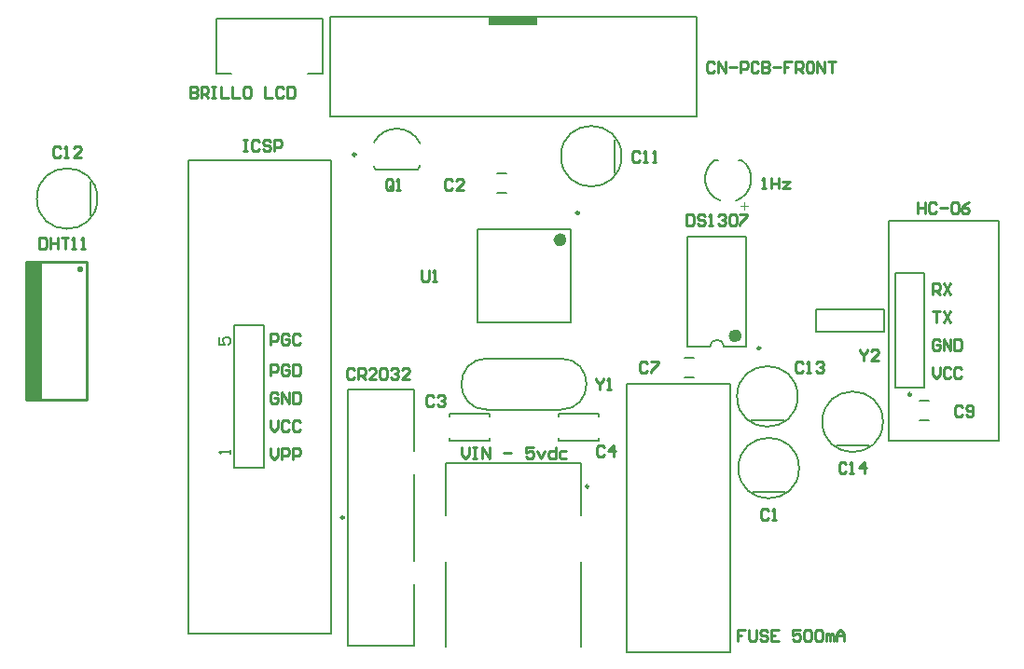
<source format=gto>
G04*
G04 #@! TF.GenerationSoftware,Altium Limited,Altium Designer,21.3.2 (30)*
G04*
G04 Layer_Color=65535*
%FSLAX25Y25*%
%MOIN*%
G70*
G04*
G04 #@! TF.SameCoordinates,394D426F-0CA9-4E3C-942C-AD562F4B4749*
G04*
G04*
G04 #@! TF.FilePolarity,Positive*
G04*
G01*
G75*
%ADD10C,0.00787*%
%ADD11C,0.00984*%
%ADD12C,0.02362*%
%ADD13C,0.00591*%
%ADD14C,0.00500*%
%ADD15C,0.01000*%
%ADD16C,0.00600*%
%ADD17C,0.00394*%
%ADD18R,0.17717X0.03150*%
%ADD19R,0.06000X0.49000*%
D10*
X252500Y112315D02*
G03*
X247500Y112315I-2500J0D01*
G01*
X143930Y185017D02*
G03*
X127371Y185433I-8383J-3914D01*
G01*
X143161Y175846D02*
G03*
X143931Y177189I-7614J5256D01*
G01*
X127371Y176773D02*
G03*
X127933Y175846I8177J4329D01*
G01*
X194189Y89846D02*
G03*
X194189Y108153I0J9154D01*
G01*
X167811D02*
G03*
X167811Y89846I0J-9154D01*
G01*
X171332Y167555D02*
X174668D01*
X171332Y174445D02*
X174668D01*
X260433Y112315D02*
Y151685D01*
X239567Y112315D02*
Y151685D01*
X252500Y112315D02*
X260433D01*
X239567D02*
X247500D01*
X239567Y151685D02*
X260433D01*
X285244Y117760D02*
X309653D01*
X285244D02*
Y125634D01*
X309653D01*
Y117760D02*
Y125634D01*
X262094Y86098D02*
X273905D01*
X77382Y120079D02*
X87972D01*
X77382Y68898D02*
Y120079D01*
Y68898D02*
X87972D01*
Y120079D01*
X313740Y97618D02*
Y138602D01*
X324055D01*
Y97618D02*
Y138602D01*
X313740Y97618D02*
X324055D01*
X109095Y210138D02*
Y229823D01*
X70906Y210138D02*
X76260D01*
X103740D02*
X109095D01*
X70906D02*
Y229823D01*
X109095D01*
X127933Y175847D02*
X143161D01*
X242638Y194882D02*
Y230315D01*
X111693D02*
X242638D01*
X111693Y194882D02*
X242638D01*
X111693D02*
Y230315D01*
X217717Y3150D02*
Y99213D01*
Y3150D02*
X254724D01*
Y99213D01*
X217717D02*
X254724D01*
X167811Y108153D02*
X194189D01*
X167811Y89846D02*
X194189D01*
X153051Y52185D02*
Y70768D01*
Y5118D02*
Y35453D01*
X201279Y52185D02*
Y70768D01*
Y5118D02*
Y35453D01*
X153051Y70768D02*
X201279D01*
X26181Y159449D02*
Y171260D01*
X213528Y174594D02*
Y186406D01*
X292595Y77035D02*
X304405D01*
X164370Y121063D02*
Y154528D01*
X197835Y121063D02*
Y154528D01*
X164370Y121063D02*
X197835D01*
X164370Y154528D02*
X197835D01*
X193413Y87339D02*
Y88421D01*
Y78579D02*
Y79661D01*
Y78579D02*
X207587D01*
Y87339D02*
Y88421D01*
Y78579D02*
Y79661D01*
X193413Y88421D02*
X207587D01*
X168587Y78579D02*
Y79661D01*
Y87339D02*
Y88421D01*
X154413D02*
X168587D01*
X154413Y78579D02*
Y79661D01*
Y87339D02*
Y88421D01*
Y78579D02*
X168587D01*
X322332Y86055D02*
X325668D01*
X322332Y92945D02*
X325668D01*
X262595Y60472D02*
X274406D01*
X118012Y5413D02*
X141831D01*
Y75098D02*
Y96949D01*
Y35728D02*
Y66634D01*
Y5413D02*
Y27264D01*
X118012Y96949D02*
X141831D01*
X118012Y5413D02*
Y96949D01*
X238332Y101555D02*
X241668D01*
X238332Y108445D02*
X241668D01*
D11*
X265492Y111882D02*
G03*
X265492Y111882I-492J0D01*
G01*
X319390Y95256D02*
G03*
X319390Y95256I-492J0D01*
G01*
X120882Y181102D02*
G03*
X120882Y181102I-492J0D01*
G01*
X204134Y62362D02*
G03*
X204134Y62362I-492J0D01*
G01*
X200689Y160236D02*
G03*
X200689Y160236I-492J0D01*
G01*
X116634Y51181D02*
G03*
X116634Y51181I-492J0D01*
G01*
D12*
X257677Y116252D02*
G03*
X257677Y116252I-1181J0D01*
G01*
X195079Y150591D02*
G03*
X195079Y150591I-1181J0D01*
G01*
D13*
X278827Y94563D02*
G03*
X278827Y94563I-10827J0D01*
G01*
X249278Y179168D02*
G03*
X251168Y164614I4722J-6786D01*
G01*
X256832D02*
G03*
X258722Y179168I-2832J7768D01*
G01*
X28543Y165354D02*
G03*
X28543Y165354I-10827J0D01*
G01*
X215890Y180500D02*
G03*
X215890Y180500I-10827J0D01*
G01*
X309327Y85500D02*
G03*
X309327Y85500I-10827J0D01*
G01*
X279327Y68937D02*
G03*
X279327Y68937I-10827J0D01*
G01*
X249278Y179168D02*
X250260D01*
X257740D02*
X258722D01*
D14*
X311417Y78740D02*
X350787D01*
X311417Y157480D02*
X350787D01*
Y78740D02*
Y157480D01*
X311417Y78740D02*
Y157480D01*
X61024Y9843D02*
X112205D01*
X61024Y179134D02*
X112205D01*
Y9843D02*
Y179134D01*
X61024Y9843D02*
Y179134D01*
D15*
X2953Y93504D02*
Y142717D01*
X24606Y93504D02*
Y142717D01*
X2953D02*
X24606D01*
X2953Y93504D02*
X24606D01*
X90500Y113000D02*
Y116936D01*
X92468D01*
X93124Y116280D01*
Y114968D01*
X92468Y114312D01*
X90500D01*
X97060Y116280D02*
X96404Y116936D01*
X95092D01*
X94436Y116280D01*
Y113656D01*
X95092Y113000D01*
X96404D01*
X97060Y113656D01*
Y114968D01*
X95748D01*
X100995Y116280D02*
X100339Y116936D01*
X99027D01*
X98371Y116280D01*
Y113656D01*
X99027Y113000D01*
X100339D01*
X100995Y113656D01*
X90500Y102000D02*
Y105936D01*
X92468D01*
X93124Y105280D01*
Y103968D01*
X92468Y103312D01*
X90500D01*
X97060Y105280D02*
X96404Y105936D01*
X95092D01*
X94436Y105280D01*
Y102656D01*
X95092Y102000D01*
X96404D01*
X97060Y102656D01*
Y103968D01*
X95748D01*
X98371Y105936D02*
Y102000D01*
X100339D01*
X100995Y102656D01*
Y105280D01*
X100339Y105936D01*
X98371D01*
X90500Y85936D02*
Y83312D01*
X91812Y82000D01*
X93124Y83312D01*
Y85936D01*
X97060Y85280D02*
X96404Y85936D01*
X95092D01*
X94436Y85280D01*
Y82656D01*
X95092Y82000D01*
X96404D01*
X97060Y82656D01*
X100995Y85280D02*
X100339Y85936D01*
X99027D01*
X98371Y85280D01*
Y82656D01*
X99027Y82000D01*
X100339D01*
X100995Y82656D01*
X93124Y95280D02*
X92468Y95936D01*
X91156D01*
X90500Y95280D01*
Y92656D01*
X91156Y92000D01*
X92468D01*
X93124Y92656D01*
Y93968D01*
X91812D01*
X94436Y92000D02*
Y95936D01*
X97060Y92000D01*
Y95936D01*
X98371D02*
Y92000D01*
X100339D01*
X100995Y92656D01*
Y95280D01*
X100339Y95936D01*
X98371D01*
X90500Y75936D02*
Y73312D01*
X91812Y72000D01*
X93124Y73312D01*
Y75936D01*
X94436Y72000D02*
Y75936D01*
X96404D01*
X97060Y75280D01*
Y73968D01*
X96404Y73312D01*
X94436D01*
X98371Y72000D02*
Y75936D01*
X100339D01*
X100995Y75280D01*
Y73968D01*
X100339Y73312D01*
X98371D01*
X327000Y131000D02*
Y134936D01*
X328968D01*
X329624Y134280D01*
Y132968D01*
X328968Y132312D01*
X327000D01*
X328312D02*
X329624Y131000D01*
X330936Y134936D02*
X333560Y131000D01*
Y134936D02*
X330936Y131000D01*
X327000Y124936D02*
X329624D01*
X328312D01*
Y121000D01*
X330936Y124936D02*
X333560Y121000D01*
Y124936D02*
X330936Y121000D01*
X329624Y114280D02*
X328968Y114936D01*
X327656D01*
X327000Y114280D01*
Y111656D01*
X327656Y111000D01*
X328968D01*
X329624Y111656D01*
Y112968D01*
X328312D01*
X330936Y111000D02*
Y114936D01*
X333560Y111000D01*
Y114936D01*
X334872D02*
Y111000D01*
X336839D01*
X337495Y111656D01*
Y114280D01*
X336839Y114936D01*
X334872D01*
X327000Y104936D02*
Y102312D01*
X328312Y101000D01*
X329624Y102312D01*
Y104936D01*
X333560Y104280D02*
X332904Y104936D01*
X331592D01*
X330936Y104280D01*
Y101656D01*
X331592Y101000D01*
X332904D01*
X333560Y101656D01*
X337495Y104280D02*
X336839Y104936D01*
X335527D01*
X334872Y104280D01*
Y101656D01*
X335527Y101000D01*
X336839D01*
X337495Y101656D01*
X21779Y139610D02*
Y140610D01*
X22779D01*
Y139610D01*
X21779D01*
X296224Y70280D02*
X295568Y70936D01*
X294256D01*
X293600Y70280D01*
Y67656D01*
X294256Y67000D01*
X295568D01*
X296224Y67656D01*
X297536Y67000D02*
X298848D01*
X298192D01*
Y70936D01*
X297536Y70280D01*
X302783Y67000D02*
Y70936D01*
X300816Y68968D01*
X303439D01*
X280704Y106312D02*
X280048Y106968D01*
X278736D01*
X278080Y106312D01*
Y103688D01*
X278736Y103032D01*
X280048D01*
X280704Y103688D01*
X282016Y103032D02*
X283328D01*
X282672D01*
Y106968D01*
X282016Y106312D01*
X285296D02*
X285952Y106968D01*
X287264D01*
X287920Y106312D01*
Y105656D01*
X287264Y105000D01*
X286608D01*
X287264D01*
X287920Y104344D01*
Y103688D01*
X287264Y103032D01*
X285952D01*
X285296Y103688D01*
X15424Y183280D02*
X14768Y183936D01*
X13456D01*
X12800Y183280D01*
Y180656D01*
X13456Y180000D01*
X14768D01*
X15424Y180656D01*
X16736Y180000D02*
X18048D01*
X17392D01*
Y183936D01*
X16736Y183280D01*
X22639Y180000D02*
X20016D01*
X22639Y182624D01*
Y183280D01*
X21983Y183936D01*
X20672D01*
X20016Y183280D01*
X222324Y181780D02*
X221668Y182436D01*
X220356D01*
X219700Y181780D01*
Y179156D01*
X220356Y178500D01*
X221668D01*
X222324Y179156D01*
X223636Y178500D02*
X224948D01*
X224292D01*
Y182436D01*
X223636Y181780D01*
X226916Y178500D02*
X228227D01*
X227572D01*
Y182436D01*
X226916Y181780D01*
X301220Y111468D02*
Y110812D01*
X302532Y109500D01*
X303844Y110812D01*
Y111468D01*
X302532Y109500D02*
Y107532D01*
X307780D02*
X305156D01*
X307780Y110156D01*
Y110812D01*
X307124Y111468D01*
X305812D01*
X305156Y110812D01*
X206800Y100936D02*
Y100280D01*
X208112Y98968D01*
X209424Y100280D01*
Y100936D01*
X208112Y98968D02*
Y97000D01*
X210736D02*
X212048D01*
X211392D01*
Y100936D01*
X210736Y100280D01*
X158805Y76468D02*
Y73844D01*
X160117Y72532D01*
X161429Y73844D01*
Y76468D01*
X162741D02*
X164053D01*
X163397D01*
Y72532D01*
X162741D01*
X164053D01*
X166021D02*
Y76468D01*
X168645Y72532D01*
Y76468D01*
X173892Y74500D02*
X176516D01*
X184388Y76468D02*
X181764D01*
Y74500D01*
X183076Y75156D01*
X183732D01*
X184388Y74500D01*
Y73188D01*
X183732Y72532D01*
X182420D01*
X181764Y73188D01*
X185699Y75156D02*
X187011Y72532D01*
X188323Y75156D01*
X192259Y76468D02*
Y72532D01*
X190291D01*
X189635Y73188D01*
Y74500D01*
X190291Y75156D01*
X192259D01*
X196195D02*
X194227D01*
X193571Y74500D01*
Y73188D01*
X194227Y72532D01*
X196195D01*
X144400Y139736D02*
Y136456D01*
X145056Y135800D01*
X146368D01*
X147024Y136456D01*
Y139736D01*
X148336Y135800D02*
X149648D01*
X148992D01*
Y139736D01*
X148336Y139080D01*
X134224Y169056D02*
Y171680D01*
X133568Y172336D01*
X132256D01*
X131600Y171680D01*
Y169056D01*
X132256Y168400D01*
X133568D01*
X132912Y169712D02*
X134224Y168400D01*
X133568D02*
X134224Y169056D01*
X135536Y168400D02*
X136848D01*
X136192D01*
Y172336D01*
X135536Y171680D01*
X80612Y186468D02*
X81924D01*
X81268D01*
Y182532D01*
X80612D01*
X81924D01*
X86516Y185812D02*
X85860Y186468D01*
X84548D01*
X83892Y185812D01*
Y183188D01*
X84548Y182532D01*
X85860D01*
X86516Y183188D01*
X90452Y185812D02*
X89796Y186468D01*
X88484D01*
X87828Y185812D01*
Y185156D01*
X88484Y184500D01*
X89796D01*
X90452Y183844D01*
Y183188D01*
X89796Y182532D01*
X88484D01*
X87828Y183188D01*
X91764Y182532D02*
Y186468D01*
X93732D01*
X94388Y185812D01*
Y184500D01*
X93732Y183844D01*
X91764D01*
X321817Y163968D02*
Y160032D01*
Y162000D01*
X324440D01*
Y163968D01*
Y160032D01*
X328376Y163312D02*
X327720Y163968D01*
X326408D01*
X325752Y163312D01*
Y160688D01*
X326408Y160032D01*
X327720D01*
X328376Y160688D01*
X329688Y162000D02*
X332312D01*
X333624Y163312D02*
X334280Y163968D01*
X335592D01*
X336248Y163312D01*
Y160688D01*
X335592Y160032D01*
X334280D01*
X333624Y160688D01*
Y163312D01*
X340183Y163968D02*
X338872Y163312D01*
X337560Y162000D01*
Y160688D01*
X338215Y160032D01*
X339527D01*
X340183Y160688D01*
Y161344D01*
X339527Y162000D01*
X337560D01*
X260101Y10968D02*
X257477D01*
Y9000D01*
X258789D01*
X257477D01*
Y7032D01*
X261413Y10968D02*
Y7688D01*
X262069Y7032D01*
X263381D01*
X264037Y7688D01*
Y10968D01*
X267973Y10312D02*
X267317Y10968D01*
X266005D01*
X265349Y10312D01*
Y9656D01*
X266005Y9000D01*
X267317D01*
X267973Y8344D01*
Y7688D01*
X267317Y7032D01*
X266005D01*
X265349Y7688D01*
X271908Y10968D02*
X269285D01*
Y7032D01*
X271908D01*
X269285Y9000D02*
X270596D01*
X279780Y10968D02*
X277156D01*
Y9000D01*
X278468Y9656D01*
X279124D01*
X279780Y9000D01*
Y7688D01*
X279124Y7032D01*
X277812D01*
X277156Y7688D01*
X281092Y10312D02*
X281748Y10968D01*
X283060D01*
X283716Y10312D01*
Y7688D01*
X283060Y7032D01*
X281748D01*
X281092Y7688D01*
Y10312D01*
X285027D02*
X285683Y10968D01*
X286995D01*
X287651Y10312D01*
Y7688D01*
X286995Y7032D01*
X285683D01*
X285027Y7688D01*
Y10312D01*
X288963Y7032D02*
Y9656D01*
X289619D01*
X290275Y9000D01*
Y7032D01*
Y9000D01*
X290931Y9656D01*
X291587Y9000D01*
Y7032D01*
X292899D02*
Y9656D01*
X294211Y10968D01*
X295523Y9656D01*
Y7032D01*
Y9000D01*
X292899D01*
X239200Y159736D02*
Y155800D01*
X241168D01*
X241824Y156456D01*
Y159080D01*
X241168Y159736D01*
X239200D01*
X245760Y159080D02*
X245104Y159736D01*
X243792D01*
X243136Y159080D01*
Y158424D01*
X243792Y157768D01*
X245104D01*
X245760Y157112D01*
Y156456D01*
X245104Y155800D01*
X243792D01*
X243136Y156456D01*
X247072Y155800D02*
X248383D01*
X247727D01*
Y159736D01*
X247072Y159080D01*
X250351D02*
X251007Y159736D01*
X252319D01*
X252975Y159080D01*
Y158424D01*
X252319Y157768D01*
X251663D01*
X252319D01*
X252975Y157112D01*
Y156456D01*
X252319Y155800D01*
X251007D01*
X250351Y156456D01*
X254287Y159080D02*
X254943Y159736D01*
X256255D01*
X256911Y159080D01*
Y156456D01*
X256255Y155800D01*
X254943D01*
X254287Y156456D01*
Y159080D01*
X258223Y159736D02*
X260847D01*
Y159080D01*
X258223Y156456D01*
Y155800D01*
X7726Y151227D02*
Y147291D01*
X9694D01*
X10350Y147947D01*
Y150571D01*
X9694Y151227D01*
X7726D01*
X11662D02*
Y147291D01*
Y149259D01*
X14286D01*
Y151227D01*
Y147291D01*
X15597Y151227D02*
X18221D01*
X16909D01*
Y147291D01*
X19533D02*
X20845D01*
X20189D01*
Y151227D01*
X19533Y150571D01*
X22813Y147291D02*
X24125D01*
X23469D01*
Y151227D01*
X22813Y150571D01*
X120324Y103980D02*
X119668Y104636D01*
X118356D01*
X117700Y103980D01*
Y101356D01*
X118356Y100700D01*
X119668D01*
X120324Y101356D01*
X121636Y100700D02*
Y104636D01*
X123604D01*
X124260Y103980D01*
Y102668D01*
X123604Y102012D01*
X121636D01*
X122948D02*
X124260Y100700D01*
X128195D02*
X125572D01*
X128195Y103324D01*
Y103980D01*
X127539Y104636D01*
X126227D01*
X125572Y103980D01*
X129507D02*
X130163Y104636D01*
X131475D01*
X132131Y103980D01*
Y101356D01*
X131475Y100700D01*
X130163D01*
X129507Y101356D01*
Y103980D01*
X133443D02*
X134099Y104636D01*
X135411D01*
X136067Y103980D01*
Y103324D01*
X135411Y102668D01*
X134755D01*
X135411D01*
X136067Y102012D01*
Y101356D01*
X135411Y100700D01*
X134099D01*
X133443Y101356D01*
X140003Y100700D02*
X137379D01*
X140003Y103324D01*
Y103980D01*
X139347Y104636D01*
X138035D01*
X137379Y103980D01*
X249124Y213580D02*
X248468Y214236D01*
X247156D01*
X246500Y213580D01*
Y210956D01*
X247156Y210300D01*
X248468D01*
X249124Y210956D01*
X250436Y210300D02*
Y214236D01*
X253060Y210300D01*
Y214236D01*
X254372Y212268D02*
X256995D01*
X258307Y210300D02*
Y214236D01*
X260275D01*
X260931Y213580D01*
Y212268D01*
X260275Y211612D01*
X258307D01*
X264867Y213580D02*
X264211Y214236D01*
X262899D01*
X262243Y213580D01*
Y210956D01*
X262899Y210300D01*
X264211D01*
X264867Y210956D01*
X266179Y214236D02*
Y210300D01*
X268147D01*
X268802Y210956D01*
Y211612D01*
X268147Y212268D01*
X266179D01*
X268147D01*
X268802Y212924D01*
Y213580D01*
X268147Y214236D01*
X266179D01*
X270114Y212268D02*
X272738D01*
X276674Y214236D02*
X274050D01*
Y212268D01*
X275362D01*
X274050D01*
Y210300D01*
X277986D02*
Y214236D01*
X279954D01*
X280610Y213580D01*
Y212268D01*
X279954Y211612D01*
X277986D01*
X279298D02*
X280610Y210300D01*
X283890Y214236D02*
X282578D01*
X281922Y213580D01*
Y210956D01*
X282578Y210300D01*
X283890D01*
X284545Y210956D01*
Y213580D01*
X283890Y214236D01*
X285857Y210300D02*
Y214236D01*
X288481Y210300D01*
Y214236D01*
X289793D02*
X292417D01*
X291105D01*
Y210300D01*
X337624Y90780D02*
X336968Y91436D01*
X335656D01*
X335000Y90780D01*
Y88156D01*
X335656Y87500D01*
X336968D01*
X337624Y88156D01*
X338936D02*
X339592Y87500D01*
X340904D01*
X341560Y88156D01*
Y90780D01*
X340904Y91436D01*
X339592D01*
X338936Y90780D01*
Y90124D01*
X339592Y89468D01*
X341560D01*
X225124Y106280D02*
X224468Y106936D01*
X223156D01*
X222500Y106280D01*
Y103656D01*
X223156Y103000D01*
X224468D01*
X225124Y103656D01*
X226436Y106936D02*
X229060D01*
Y106280D01*
X226436Y103656D01*
Y103000D01*
X209844Y76312D02*
X209188Y76968D01*
X207876D01*
X207220Y76312D01*
Y73688D01*
X207876Y73032D01*
X209188D01*
X209844Y73688D01*
X213124Y73032D02*
Y76968D01*
X211156Y75000D01*
X213780D01*
X148844Y94312D02*
X148188Y94968D01*
X146876D01*
X146220Y94312D01*
Y91688D01*
X146876Y91032D01*
X148188D01*
X148844Y91688D01*
X150156Y94312D02*
X150812Y94968D01*
X152124D01*
X152780Y94312D01*
Y93656D01*
X152124Y93000D01*
X151468D01*
X152124D01*
X152780Y92344D01*
Y91688D01*
X152124Y91032D01*
X150812D01*
X150156Y91688D01*
X155344Y171812D02*
X154688Y172468D01*
X153376D01*
X152720Y171812D01*
Y169188D01*
X153376Y168532D01*
X154688D01*
X155344Y169188D01*
X159280Y168532D02*
X156656D01*
X159280Y171156D01*
Y171812D01*
X158624Y172468D01*
X157312D01*
X156656Y171812D01*
X268524Y53680D02*
X267868Y54336D01*
X266556D01*
X265900Y53680D01*
Y51056D01*
X266556Y50400D01*
X267868D01*
X268524Y51056D01*
X269836Y50400D02*
X271148D01*
X270492D01*
Y54336D01*
X269836Y53680D01*
X61664Y205299D02*
Y201363D01*
X63632D01*
X64288Y202019D01*
Y202675D01*
X63632Y203331D01*
X61664D01*
X63632D01*
X64288Y203987D01*
Y204643D01*
X63632Y205299D01*
X61664D01*
X65600Y201363D02*
Y205299D01*
X67568D01*
X68224Y204643D01*
Y203331D01*
X67568Y202675D01*
X65600D01*
X66912D02*
X68224Y201363D01*
X69536Y205299D02*
X70848D01*
X70192D01*
Y201363D01*
X69536D01*
X70848D01*
X72816Y205299D02*
Y201363D01*
X75440D01*
X76752Y205299D02*
Y201363D01*
X79375D01*
X82655Y205299D02*
X81343D01*
X80687Y204643D01*
Y202019D01*
X81343Y201363D01*
X82655D01*
X83311Y202019D01*
Y204643D01*
X82655Y205299D01*
X88559D02*
Y201363D01*
X91183D01*
X95118Y204643D02*
X94462Y205299D01*
X93150D01*
X92494Y204643D01*
Y202019D01*
X93150Y201363D01*
X94462D01*
X95118Y202019D01*
X96430Y205299D02*
Y201363D01*
X98398D01*
X99054Y202019D01*
Y204643D01*
X98398Y205299D01*
X96430D01*
X266200Y168900D02*
X267512D01*
X266856D01*
Y172836D01*
X266200Y172180D01*
X269480Y172836D02*
Y168900D01*
Y170868D01*
X272104D01*
Y172836D01*
Y168900D01*
X273415Y171524D02*
X276039D01*
X273415Y168900D01*
X276039D01*
D16*
X71986Y115658D02*
Y112992D01*
X73985D01*
X73318Y114325D01*
Y114991D01*
X73985Y115658D01*
X75318D01*
X75984Y114991D01*
Y113659D01*
X75318Y112992D01*
X75984Y74016D02*
Y75349D01*
Y74682D01*
X71986D01*
X72652Y74016D01*
D17*
X258301Y162849D02*
X261000D01*
X259650Y161500D02*
Y164199D01*
D18*
X177165Y228740D02*
D03*
D19*
X5780Y118110D02*
D03*
M02*

</source>
